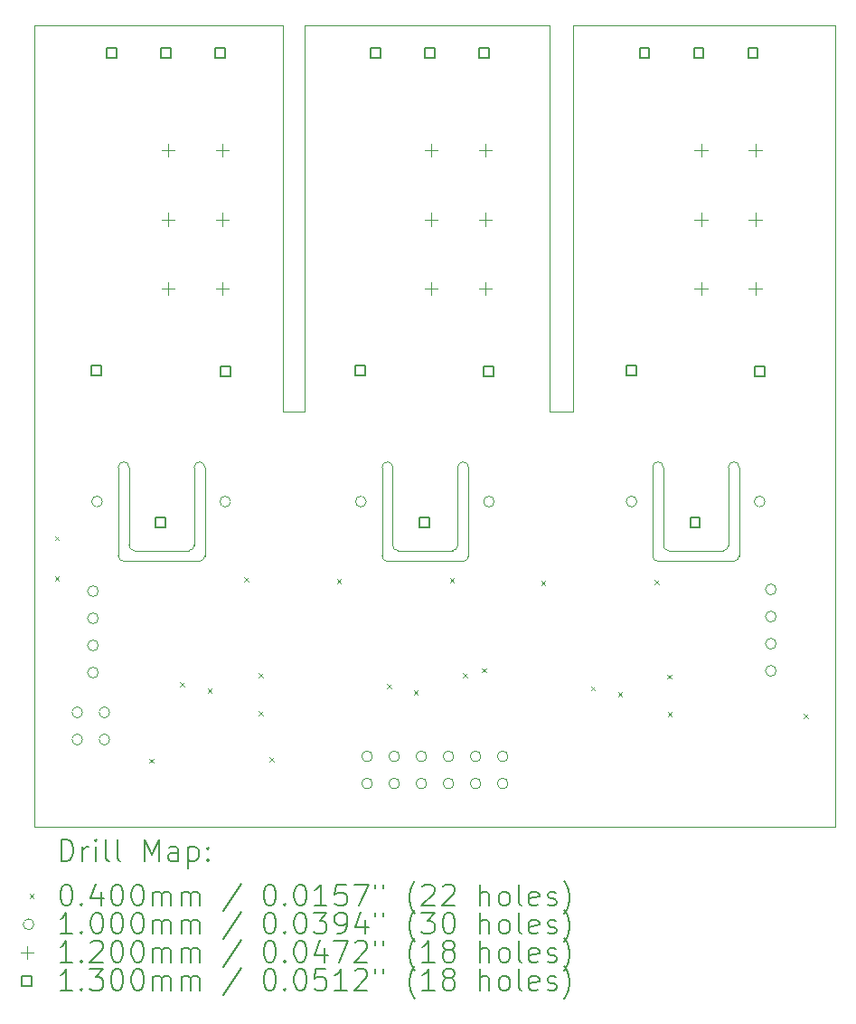
<source format=gbr>
%FSLAX45Y45*%
G04 Gerber Fmt 4.5, Leading zero omitted, Abs format (unit mm)*
G04 Created by KiCad (PCBNEW (6.0.6)) date 2022-08-29 09:34:28*
%MOMM*%
%LPD*%
G01*
G04 APERTURE LIST*
%TA.AperFunction,Profile*%
%ADD10C,0.100000*%
%TD*%
%ADD11C,0.200000*%
%ADD12C,0.040000*%
%ADD13C,0.100000*%
%ADD14C,0.120000*%
%ADD15C,0.130000*%
G04 APERTURE END LIST*
D10*
X5704000Y-7290000D02*
X6414000Y-7290000D01*
X2397760Y-9677400D02*
X2397760Y-9779000D01*
X5804000Y-7190000D02*
X6314000Y-7190000D01*
X8899000Y-6410000D02*
X8899000Y-7140000D01*
X3894000Y-6410000D02*
X3894000Y-7140000D01*
X5654000Y-7240000D02*
G75*
G03*
X5704000Y-7290000I50000J0D01*
G01*
X8289000Y-6410000D02*
G75*
G03*
X8189000Y-6410000I-50000J0D01*
G01*
X2397760Y-9677400D02*
X2397760Y-8544560D01*
X6464000Y-6410000D02*
X6464000Y-7240000D01*
X6364000Y-6410000D02*
X6364000Y-7140000D01*
X3334000Y-7190000D02*
X3844000Y-7190000D01*
X3284000Y-7140000D02*
G75*
G03*
X3334000Y-7190000I50000J0D01*
G01*
X3184000Y-7240000D02*
G75*
G03*
X3234000Y-7290000I50000J0D01*
G01*
X3844000Y-7190000D02*
G75*
G03*
X3894000Y-7140000I0J50000D01*
G01*
X3284000Y-6410000D02*
X3284000Y-7140000D01*
X4730000Y-5890000D02*
X4930000Y-5890000D01*
X3994000Y-6410000D02*
G75*
G03*
X3894000Y-6410000I-50000J0D01*
G01*
X8949000Y-7290000D02*
G75*
G03*
X8999000Y-7240000I0J50000D01*
G01*
X7220000Y-5890000D02*
X7440000Y-5890000D01*
X2397760Y-2270000D02*
X4730000Y-2270000D01*
X3234000Y-7290000D02*
X3944000Y-7290000D01*
X8239000Y-7290000D02*
X8949000Y-7290000D01*
X7220000Y-2270000D02*
X7220000Y-5890000D01*
X8189000Y-6410000D02*
X8189000Y-7240000D01*
X9900920Y-2270000D02*
X9900920Y-9677400D01*
X3184000Y-6410000D02*
X3184000Y-7240000D01*
X4730000Y-2270000D02*
X4730000Y-5890000D01*
X9900920Y-9677400D02*
X9900920Y-9779000D01*
X3994000Y-6410000D02*
X3994000Y-7240000D01*
X3944000Y-7290000D02*
G75*
G03*
X3994000Y-7240000I0J50000D01*
G01*
X5654000Y-6410000D02*
X5654000Y-7240000D01*
X7440000Y-5890000D02*
X7440000Y-2270000D01*
X3284000Y-6410000D02*
G75*
G03*
X3184000Y-6410000I-50000J0D01*
G01*
X5754000Y-7140000D02*
G75*
G03*
X5804000Y-7190000I50000J0D01*
G01*
X6414000Y-7290000D02*
G75*
G03*
X6464000Y-7240000I0J50000D01*
G01*
X8999000Y-6410000D02*
G75*
G03*
X8899000Y-6410000I-50000J0D01*
G01*
X8999000Y-6410000D02*
X8999000Y-7240000D01*
X5754000Y-6410000D02*
X5754000Y-7140000D01*
X8289000Y-7140000D02*
G75*
G03*
X8339000Y-7190000I50000J0D01*
G01*
X9900920Y-9779000D02*
X2397760Y-9779000D01*
X8289000Y-6410000D02*
X8289000Y-7140000D01*
X6314000Y-7190000D02*
G75*
G03*
X6364000Y-7140000I0J50000D01*
G01*
X6464000Y-6410000D02*
G75*
G03*
X6364000Y-6410000I-50000J0D01*
G01*
X4930000Y-2270000D02*
X7220000Y-2270000D01*
X8339000Y-7190000D02*
X8849000Y-7190000D01*
X5754000Y-6410000D02*
G75*
G03*
X5654000Y-6410000I-50000J0D01*
G01*
X8849000Y-7190000D02*
G75*
G03*
X8899000Y-7140000I0J50000D01*
G01*
X7440000Y-2270000D02*
X9900920Y-2270000D01*
X4930000Y-5890000D02*
X4930000Y-2270000D01*
X8189000Y-7240000D02*
G75*
G03*
X8239000Y-7290000I50000J0D01*
G01*
X2397760Y-8544560D02*
X2397760Y-2270000D01*
D11*
D12*
X2590000Y-7055000D02*
X2630000Y-7095000D01*
X2630000Y-7055000D02*
X2590000Y-7095000D01*
X2590000Y-7430000D02*
X2630000Y-7470000D01*
X2630000Y-7430000D02*
X2590000Y-7470000D01*
X3472500Y-9136700D02*
X3512500Y-9176700D01*
X3512500Y-9136700D02*
X3472500Y-9176700D01*
X3760000Y-8420000D02*
X3800000Y-8460000D01*
X3800000Y-8420000D02*
X3760000Y-8460000D01*
X4020000Y-8480000D02*
X4060000Y-8520000D01*
X4060000Y-8480000D02*
X4020000Y-8520000D01*
X4360000Y-7440000D02*
X4400000Y-7480000D01*
X4400000Y-7440000D02*
X4360000Y-7480000D01*
X4500000Y-8340000D02*
X4540000Y-8380000D01*
X4540000Y-8340000D02*
X4500000Y-8380000D01*
X4500000Y-8690000D02*
X4540000Y-8730000D01*
X4540000Y-8690000D02*
X4500000Y-8730000D01*
X4602800Y-9124000D02*
X4642800Y-9164000D01*
X4642800Y-9124000D02*
X4602800Y-9164000D01*
X5230000Y-7457500D02*
X5270000Y-7497500D01*
X5270000Y-7457500D02*
X5230000Y-7497500D01*
X5700000Y-8440000D02*
X5740000Y-8480000D01*
X5740000Y-8440000D02*
X5700000Y-8480000D01*
X5950000Y-8500000D02*
X5990000Y-8540000D01*
X5990000Y-8500000D02*
X5950000Y-8540000D01*
X6290000Y-7450000D02*
X6330000Y-7490000D01*
X6330000Y-7450000D02*
X6290000Y-7490000D01*
X6410000Y-8340000D02*
X6450000Y-8380000D01*
X6450000Y-8340000D02*
X6410000Y-8380000D01*
X6590000Y-8290000D02*
X6630000Y-8330000D01*
X6630000Y-8290000D02*
X6590000Y-8330000D01*
X7145000Y-7472500D02*
X7185000Y-7512500D01*
X7185000Y-7472500D02*
X7145000Y-7512500D01*
X7610000Y-8460000D02*
X7650000Y-8500000D01*
X7650000Y-8460000D02*
X7610000Y-8500000D01*
X7865000Y-8515000D02*
X7905000Y-8555000D01*
X7905000Y-8515000D02*
X7865000Y-8555000D01*
X8205000Y-7465000D02*
X8245000Y-7505000D01*
X8245000Y-7465000D02*
X8205000Y-7505000D01*
X8325000Y-8350000D02*
X8365000Y-8390000D01*
X8365000Y-8350000D02*
X8325000Y-8390000D01*
X8330000Y-8700000D02*
X8370000Y-8740000D01*
X8370000Y-8700000D02*
X8330000Y-8740000D01*
X9604060Y-8720140D02*
X9644060Y-8760140D01*
X9644060Y-8720140D02*
X9604060Y-8760140D01*
D13*
X2849580Y-8704080D02*
G75*
G03*
X2849580Y-8704080I-50000J0D01*
G01*
X2849580Y-8958080D02*
G75*
G03*
X2849580Y-8958080I-50000J0D01*
G01*
X2996400Y-7569200D02*
G75*
G03*
X2996400Y-7569200I-50000J0D01*
G01*
X2996400Y-7823200D02*
G75*
G03*
X2996400Y-7823200I-50000J0D01*
G01*
X2996400Y-8077200D02*
G75*
G03*
X2996400Y-8077200I-50000J0D01*
G01*
X2996400Y-8331200D02*
G75*
G03*
X2996400Y-8331200I-50000J0D01*
G01*
X3035000Y-6730680D02*
G75*
G03*
X3035000Y-6730680I-50000J0D01*
G01*
X3103580Y-8704080D02*
G75*
G03*
X3103580Y-8704080I-50000J0D01*
G01*
X3103580Y-8958080D02*
G75*
G03*
X3103580Y-8958080I-50000J0D01*
G01*
X4235000Y-6730680D02*
G75*
G03*
X4235000Y-6730680I-50000J0D01*
G01*
X5505280Y-6730680D02*
G75*
G03*
X5505280Y-6730680I-50000J0D01*
G01*
X5564340Y-9116060D02*
G75*
G03*
X5564340Y-9116060I-50000J0D01*
G01*
X5564340Y-9370060D02*
G75*
G03*
X5564340Y-9370060I-50000J0D01*
G01*
X5818340Y-9116060D02*
G75*
G03*
X5818340Y-9116060I-50000J0D01*
G01*
X5818340Y-9370060D02*
G75*
G03*
X5818340Y-9370060I-50000J0D01*
G01*
X6072340Y-9116060D02*
G75*
G03*
X6072340Y-9116060I-50000J0D01*
G01*
X6072340Y-9370060D02*
G75*
G03*
X6072340Y-9370060I-50000J0D01*
G01*
X6326340Y-9116060D02*
G75*
G03*
X6326340Y-9116060I-50000J0D01*
G01*
X6326340Y-9370060D02*
G75*
G03*
X6326340Y-9370060I-50000J0D01*
G01*
X6580340Y-9116060D02*
G75*
G03*
X6580340Y-9116060I-50000J0D01*
G01*
X6580340Y-9370060D02*
G75*
G03*
X6580340Y-9370060I-50000J0D01*
G01*
X6705280Y-6730680D02*
G75*
G03*
X6705280Y-6730680I-50000J0D01*
G01*
X6834340Y-9116060D02*
G75*
G03*
X6834340Y-9116060I-50000J0D01*
G01*
X6834340Y-9370060D02*
G75*
G03*
X6834340Y-9370060I-50000J0D01*
G01*
X8041080Y-6730680D02*
G75*
G03*
X8041080Y-6730680I-50000J0D01*
G01*
X9241080Y-6730680D02*
G75*
G03*
X9241080Y-6730680I-50000J0D01*
G01*
X9346400Y-7553960D02*
G75*
G03*
X9346400Y-7553960I-50000J0D01*
G01*
X9346400Y-7807960D02*
G75*
G03*
X9346400Y-7807960I-50000J0D01*
G01*
X9346400Y-8061960D02*
G75*
G03*
X9346400Y-8061960I-50000J0D01*
G01*
X9346400Y-8315960D02*
G75*
G03*
X9346400Y-8315960I-50000J0D01*
G01*
D14*
X3652000Y-3380000D02*
X3652000Y-3500000D01*
X3592000Y-3440000D02*
X3712000Y-3440000D01*
X3652000Y-4030000D02*
X3652000Y-4150000D01*
X3592000Y-4090000D02*
X3712000Y-4090000D01*
X3652000Y-4680000D02*
X3652000Y-4800000D01*
X3592000Y-4740000D02*
X3712000Y-4740000D01*
X4160000Y-3380000D02*
X4160000Y-3500000D01*
X4100000Y-3440000D02*
X4220000Y-3440000D01*
X4160000Y-4030000D02*
X4160000Y-4150000D01*
X4100000Y-4090000D02*
X4220000Y-4090000D01*
X4160000Y-4680000D02*
X4160000Y-4800000D01*
X4100000Y-4740000D02*
X4220000Y-4740000D01*
X6112000Y-3380000D02*
X6112000Y-3500000D01*
X6052000Y-3440000D02*
X6172000Y-3440000D01*
X6112000Y-4030000D02*
X6112000Y-4150000D01*
X6052000Y-4090000D02*
X6172000Y-4090000D01*
X6112000Y-4680000D02*
X6112000Y-4800000D01*
X6052000Y-4740000D02*
X6172000Y-4740000D01*
X6620000Y-3380000D02*
X6620000Y-3500000D01*
X6560000Y-3440000D02*
X6680000Y-3440000D01*
X6620000Y-4030000D02*
X6620000Y-4150000D01*
X6560000Y-4090000D02*
X6680000Y-4090000D01*
X6620000Y-4680000D02*
X6620000Y-4800000D01*
X6560000Y-4740000D02*
X6680000Y-4740000D01*
X8642000Y-3380000D02*
X8642000Y-3500000D01*
X8582000Y-3440000D02*
X8702000Y-3440000D01*
X8642000Y-4030000D02*
X8642000Y-4150000D01*
X8582000Y-4090000D02*
X8702000Y-4090000D01*
X8642000Y-4680000D02*
X8642000Y-4800000D01*
X8582000Y-4740000D02*
X8702000Y-4740000D01*
X9150000Y-3380000D02*
X9150000Y-3500000D01*
X9090000Y-3440000D02*
X9210000Y-3440000D01*
X9150000Y-4030000D02*
X9150000Y-4150000D01*
X9090000Y-4090000D02*
X9210000Y-4090000D01*
X9150000Y-4680000D02*
X9150000Y-4800000D01*
X9090000Y-4740000D02*
X9210000Y-4740000D01*
D15*
X3025962Y-5551642D02*
X3025962Y-5459718D01*
X2934038Y-5459718D01*
X2934038Y-5551642D01*
X3025962Y-5551642D01*
X3168462Y-2575462D02*
X3168462Y-2483538D01*
X3076538Y-2483538D01*
X3076538Y-2575462D01*
X3168462Y-2575462D01*
X3625962Y-6971642D02*
X3625962Y-6879718D01*
X3534038Y-6879718D01*
X3534038Y-6971642D01*
X3625962Y-6971642D01*
X3676462Y-2575462D02*
X3676462Y-2483538D01*
X3584538Y-2483538D01*
X3584538Y-2575462D01*
X3676462Y-2575462D01*
X4184462Y-2575462D02*
X4184462Y-2483538D01*
X4092538Y-2483538D01*
X4092538Y-2575462D01*
X4184462Y-2575462D01*
X4230962Y-5556642D02*
X4230962Y-5464718D01*
X4139038Y-5464718D01*
X4139038Y-5556642D01*
X4230962Y-5556642D01*
X5496242Y-5551642D02*
X5496242Y-5459718D01*
X5404318Y-5459718D01*
X5404318Y-5551642D01*
X5496242Y-5551642D01*
X5638462Y-2575462D02*
X5638462Y-2483538D01*
X5546538Y-2483538D01*
X5546538Y-2575462D01*
X5638462Y-2575462D01*
X6096242Y-6971642D02*
X6096242Y-6879718D01*
X6004318Y-6879718D01*
X6004318Y-6971642D01*
X6096242Y-6971642D01*
X6146462Y-2575462D02*
X6146462Y-2483538D01*
X6054538Y-2483538D01*
X6054538Y-2575462D01*
X6146462Y-2575462D01*
X6654462Y-2575462D02*
X6654462Y-2483538D01*
X6562538Y-2483538D01*
X6562538Y-2575462D01*
X6654462Y-2575462D01*
X6701242Y-5556642D02*
X6701242Y-5464718D01*
X6609318Y-5464718D01*
X6609318Y-5556642D01*
X6701242Y-5556642D01*
X8032042Y-5551642D02*
X8032042Y-5459718D01*
X7940118Y-5459718D01*
X7940118Y-5551642D01*
X8032042Y-5551642D01*
X8157962Y-2575962D02*
X8157962Y-2484038D01*
X8066038Y-2484038D01*
X8066038Y-2575962D01*
X8157962Y-2575962D01*
X8632042Y-6971642D02*
X8632042Y-6879718D01*
X8540118Y-6879718D01*
X8540118Y-6971642D01*
X8632042Y-6971642D01*
X8665962Y-2575962D02*
X8665962Y-2484038D01*
X8574038Y-2484038D01*
X8574038Y-2575962D01*
X8665962Y-2575962D01*
X9173962Y-2575962D02*
X9173962Y-2484038D01*
X9082038Y-2484038D01*
X9082038Y-2575962D01*
X9173962Y-2575962D01*
X9237042Y-5556642D02*
X9237042Y-5464718D01*
X9145118Y-5464718D01*
X9145118Y-5556642D01*
X9237042Y-5556642D01*
D11*
X2650379Y-10094476D02*
X2650379Y-9894476D01*
X2697998Y-9894476D01*
X2726570Y-9904000D01*
X2745617Y-9923048D01*
X2755141Y-9942095D01*
X2764665Y-9980190D01*
X2764665Y-10008762D01*
X2755141Y-10046857D01*
X2745617Y-10065905D01*
X2726570Y-10084952D01*
X2697998Y-10094476D01*
X2650379Y-10094476D01*
X2850379Y-10094476D02*
X2850379Y-9961143D01*
X2850379Y-9999238D02*
X2859903Y-9980190D01*
X2869427Y-9970667D01*
X2888474Y-9961143D01*
X2907522Y-9961143D01*
X2974188Y-10094476D02*
X2974188Y-9961143D01*
X2974188Y-9894476D02*
X2964665Y-9904000D01*
X2974188Y-9913524D01*
X2983712Y-9904000D01*
X2974188Y-9894476D01*
X2974188Y-9913524D01*
X3097998Y-10094476D02*
X3078950Y-10084952D01*
X3069427Y-10065905D01*
X3069427Y-9894476D01*
X3202760Y-10094476D02*
X3183712Y-10084952D01*
X3174188Y-10065905D01*
X3174188Y-9894476D01*
X3431331Y-10094476D02*
X3431331Y-9894476D01*
X3497998Y-10037333D01*
X3564665Y-9894476D01*
X3564665Y-10094476D01*
X3745617Y-10094476D02*
X3745617Y-9989714D01*
X3736093Y-9970667D01*
X3717046Y-9961143D01*
X3678950Y-9961143D01*
X3659903Y-9970667D01*
X3745617Y-10084952D02*
X3726569Y-10094476D01*
X3678950Y-10094476D01*
X3659903Y-10084952D01*
X3650379Y-10065905D01*
X3650379Y-10046857D01*
X3659903Y-10027810D01*
X3678950Y-10018286D01*
X3726569Y-10018286D01*
X3745617Y-10008762D01*
X3840855Y-9961143D02*
X3840855Y-10161143D01*
X3840855Y-9970667D02*
X3859903Y-9961143D01*
X3897998Y-9961143D01*
X3917046Y-9970667D01*
X3926569Y-9980190D01*
X3936093Y-9999238D01*
X3936093Y-10056381D01*
X3926569Y-10075429D01*
X3917046Y-10084952D01*
X3897998Y-10094476D01*
X3859903Y-10094476D01*
X3840855Y-10084952D01*
X4021808Y-10075429D02*
X4031331Y-10084952D01*
X4021808Y-10094476D01*
X4012284Y-10084952D01*
X4021808Y-10075429D01*
X4021808Y-10094476D01*
X4021808Y-9970667D02*
X4031331Y-9980190D01*
X4021808Y-9989714D01*
X4012284Y-9980190D01*
X4021808Y-9970667D01*
X4021808Y-9989714D01*
D12*
X2352760Y-10404000D02*
X2392760Y-10444000D01*
X2392760Y-10404000D02*
X2352760Y-10444000D01*
D11*
X2688474Y-10314476D02*
X2707522Y-10314476D01*
X2726570Y-10324000D01*
X2736093Y-10333524D01*
X2745617Y-10352571D01*
X2755141Y-10390667D01*
X2755141Y-10438286D01*
X2745617Y-10476381D01*
X2736093Y-10495429D01*
X2726570Y-10504952D01*
X2707522Y-10514476D01*
X2688474Y-10514476D01*
X2669427Y-10504952D01*
X2659903Y-10495429D01*
X2650379Y-10476381D01*
X2640855Y-10438286D01*
X2640855Y-10390667D01*
X2650379Y-10352571D01*
X2659903Y-10333524D01*
X2669427Y-10324000D01*
X2688474Y-10314476D01*
X2840855Y-10495429D02*
X2850379Y-10504952D01*
X2840855Y-10514476D01*
X2831331Y-10504952D01*
X2840855Y-10495429D01*
X2840855Y-10514476D01*
X3021808Y-10381143D02*
X3021808Y-10514476D01*
X2974188Y-10304952D02*
X2926569Y-10447810D01*
X3050379Y-10447810D01*
X3164665Y-10314476D02*
X3183712Y-10314476D01*
X3202760Y-10324000D01*
X3212284Y-10333524D01*
X3221808Y-10352571D01*
X3231331Y-10390667D01*
X3231331Y-10438286D01*
X3221808Y-10476381D01*
X3212284Y-10495429D01*
X3202760Y-10504952D01*
X3183712Y-10514476D01*
X3164665Y-10514476D01*
X3145617Y-10504952D01*
X3136093Y-10495429D01*
X3126569Y-10476381D01*
X3117046Y-10438286D01*
X3117046Y-10390667D01*
X3126569Y-10352571D01*
X3136093Y-10333524D01*
X3145617Y-10324000D01*
X3164665Y-10314476D01*
X3355141Y-10314476D02*
X3374188Y-10314476D01*
X3393236Y-10324000D01*
X3402760Y-10333524D01*
X3412284Y-10352571D01*
X3421808Y-10390667D01*
X3421808Y-10438286D01*
X3412284Y-10476381D01*
X3402760Y-10495429D01*
X3393236Y-10504952D01*
X3374188Y-10514476D01*
X3355141Y-10514476D01*
X3336093Y-10504952D01*
X3326569Y-10495429D01*
X3317046Y-10476381D01*
X3307522Y-10438286D01*
X3307522Y-10390667D01*
X3317046Y-10352571D01*
X3326569Y-10333524D01*
X3336093Y-10324000D01*
X3355141Y-10314476D01*
X3507522Y-10514476D02*
X3507522Y-10381143D01*
X3507522Y-10400190D02*
X3517046Y-10390667D01*
X3536093Y-10381143D01*
X3564665Y-10381143D01*
X3583712Y-10390667D01*
X3593236Y-10409714D01*
X3593236Y-10514476D01*
X3593236Y-10409714D02*
X3602760Y-10390667D01*
X3621808Y-10381143D01*
X3650379Y-10381143D01*
X3669427Y-10390667D01*
X3678950Y-10409714D01*
X3678950Y-10514476D01*
X3774188Y-10514476D02*
X3774188Y-10381143D01*
X3774188Y-10400190D02*
X3783712Y-10390667D01*
X3802760Y-10381143D01*
X3831331Y-10381143D01*
X3850379Y-10390667D01*
X3859903Y-10409714D01*
X3859903Y-10514476D01*
X3859903Y-10409714D02*
X3869427Y-10390667D01*
X3888474Y-10381143D01*
X3917046Y-10381143D01*
X3936093Y-10390667D01*
X3945617Y-10409714D01*
X3945617Y-10514476D01*
X4336093Y-10304952D02*
X4164665Y-10562095D01*
X4593236Y-10314476D02*
X4612284Y-10314476D01*
X4631331Y-10324000D01*
X4640855Y-10333524D01*
X4650379Y-10352571D01*
X4659903Y-10390667D01*
X4659903Y-10438286D01*
X4650379Y-10476381D01*
X4640855Y-10495429D01*
X4631331Y-10504952D01*
X4612284Y-10514476D01*
X4593236Y-10514476D01*
X4574189Y-10504952D01*
X4564665Y-10495429D01*
X4555141Y-10476381D01*
X4545617Y-10438286D01*
X4545617Y-10390667D01*
X4555141Y-10352571D01*
X4564665Y-10333524D01*
X4574189Y-10324000D01*
X4593236Y-10314476D01*
X4745617Y-10495429D02*
X4755141Y-10504952D01*
X4745617Y-10514476D01*
X4736093Y-10504952D01*
X4745617Y-10495429D01*
X4745617Y-10514476D01*
X4878950Y-10314476D02*
X4897998Y-10314476D01*
X4917046Y-10324000D01*
X4926570Y-10333524D01*
X4936093Y-10352571D01*
X4945617Y-10390667D01*
X4945617Y-10438286D01*
X4936093Y-10476381D01*
X4926570Y-10495429D01*
X4917046Y-10504952D01*
X4897998Y-10514476D01*
X4878950Y-10514476D01*
X4859903Y-10504952D01*
X4850379Y-10495429D01*
X4840855Y-10476381D01*
X4831331Y-10438286D01*
X4831331Y-10390667D01*
X4840855Y-10352571D01*
X4850379Y-10333524D01*
X4859903Y-10324000D01*
X4878950Y-10314476D01*
X5136093Y-10514476D02*
X5021808Y-10514476D01*
X5078950Y-10514476D02*
X5078950Y-10314476D01*
X5059903Y-10343048D01*
X5040855Y-10362095D01*
X5021808Y-10371619D01*
X5317046Y-10314476D02*
X5221808Y-10314476D01*
X5212284Y-10409714D01*
X5221808Y-10400190D01*
X5240855Y-10390667D01*
X5288474Y-10390667D01*
X5307522Y-10400190D01*
X5317046Y-10409714D01*
X5326570Y-10428762D01*
X5326570Y-10476381D01*
X5317046Y-10495429D01*
X5307522Y-10504952D01*
X5288474Y-10514476D01*
X5240855Y-10514476D01*
X5221808Y-10504952D01*
X5212284Y-10495429D01*
X5393236Y-10314476D02*
X5526570Y-10314476D01*
X5440855Y-10514476D01*
X5593236Y-10314476D02*
X5593236Y-10352571D01*
X5669427Y-10314476D02*
X5669427Y-10352571D01*
X5964665Y-10590667D02*
X5955141Y-10581143D01*
X5936093Y-10552571D01*
X5926569Y-10533524D01*
X5917046Y-10504952D01*
X5907522Y-10457333D01*
X5907522Y-10419238D01*
X5917046Y-10371619D01*
X5926569Y-10343048D01*
X5936093Y-10324000D01*
X5955141Y-10295429D01*
X5964665Y-10285905D01*
X6031331Y-10333524D02*
X6040855Y-10324000D01*
X6059903Y-10314476D01*
X6107522Y-10314476D01*
X6126569Y-10324000D01*
X6136093Y-10333524D01*
X6145617Y-10352571D01*
X6145617Y-10371619D01*
X6136093Y-10400190D01*
X6021808Y-10514476D01*
X6145617Y-10514476D01*
X6221808Y-10333524D02*
X6231331Y-10324000D01*
X6250379Y-10314476D01*
X6297998Y-10314476D01*
X6317046Y-10324000D01*
X6326569Y-10333524D01*
X6336093Y-10352571D01*
X6336093Y-10371619D01*
X6326569Y-10400190D01*
X6212284Y-10514476D01*
X6336093Y-10514476D01*
X6574188Y-10514476D02*
X6574188Y-10314476D01*
X6659903Y-10514476D02*
X6659903Y-10409714D01*
X6650379Y-10390667D01*
X6631331Y-10381143D01*
X6602760Y-10381143D01*
X6583712Y-10390667D01*
X6574188Y-10400190D01*
X6783712Y-10514476D02*
X6764665Y-10504952D01*
X6755141Y-10495429D01*
X6745617Y-10476381D01*
X6745617Y-10419238D01*
X6755141Y-10400190D01*
X6764665Y-10390667D01*
X6783712Y-10381143D01*
X6812284Y-10381143D01*
X6831331Y-10390667D01*
X6840855Y-10400190D01*
X6850379Y-10419238D01*
X6850379Y-10476381D01*
X6840855Y-10495429D01*
X6831331Y-10504952D01*
X6812284Y-10514476D01*
X6783712Y-10514476D01*
X6964665Y-10514476D02*
X6945617Y-10504952D01*
X6936093Y-10485905D01*
X6936093Y-10314476D01*
X7117046Y-10504952D02*
X7097998Y-10514476D01*
X7059903Y-10514476D01*
X7040855Y-10504952D01*
X7031331Y-10485905D01*
X7031331Y-10409714D01*
X7040855Y-10390667D01*
X7059903Y-10381143D01*
X7097998Y-10381143D01*
X7117046Y-10390667D01*
X7126569Y-10409714D01*
X7126569Y-10428762D01*
X7031331Y-10447810D01*
X7202760Y-10504952D02*
X7221808Y-10514476D01*
X7259903Y-10514476D01*
X7278950Y-10504952D01*
X7288474Y-10485905D01*
X7288474Y-10476381D01*
X7278950Y-10457333D01*
X7259903Y-10447810D01*
X7231331Y-10447810D01*
X7212284Y-10438286D01*
X7202760Y-10419238D01*
X7202760Y-10409714D01*
X7212284Y-10390667D01*
X7231331Y-10381143D01*
X7259903Y-10381143D01*
X7278950Y-10390667D01*
X7355141Y-10590667D02*
X7364665Y-10581143D01*
X7383712Y-10552571D01*
X7393236Y-10533524D01*
X7402760Y-10504952D01*
X7412284Y-10457333D01*
X7412284Y-10419238D01*
X7402760Y-10371619D01*
X7393236Y-10343048D01*
X7383712Y-10324000D01*
X7364665Y-10295429D01*
X7355141Y-10285905D01*
D13*
X2392760Y-10688000D02*
G75*
G03*
X2392760Y-10688000I-50000J0D01*
G01*
D11*
X2755141Y-10778476D02*
X2640855Y-10778476D01*
X2697998Y-10778476D02*
X2697998Y-10578476D01*
X2678950Y-10607048D01*
X2659903Y-10626095D01*
X2640855Y-10635619D01*
X2840855Y-10759429D02*
X2850379Y-10768952D01*
X2840855Y-10778476D01*
X2831331Y-10768952D01*
X2840855Y-10759429D01*
X2840855Y-10778476D01*
X2974188Y-10578476D02*
X2993236Y-10578476D01*
X3012284Y-10588000D01*
X3021808Y-10597524D01*
X3031331Y-10616571D01*
X3040855Y-10654667D01*
X3040855Y-10702286D01*
X3031331Y-10740381D01*
X3021808Y-10759429D01*
X3012284Y-10768952D01*
X2993236Y-10778476D01*
X2974188Y-10778476D01*
X2955141Y-10768952D01*
X2945617Y-10759429D01*
X2936093Y-10740381D01*
X2926569Y-10702286D01*
X2926569Y-10654667D01*
X2936093Y-10616571D01*
X2945617Y-10597524D01*
X2955141Y-10588000D01*
X2974188Y-10578476D01*
X3164665Y-10578476D02*
X3183712Y-10578476D01*
X3202760Y-10588000D01*
X3212284Y-10597524D01*
X3221808Y-10616571D01*
X3231331Y-10654667D01*
X3231331Y-10702286D01*
X3221808Y-10740381D01*
X3212284Y-10759429D01*
X3202760Y-10768952D01*
X3183712Y-10778476D01*
X3164665Y-10778476D01*
X3145617Y-10768952D01*
X3136093Y-10759429D01*
X3126569Y-10740381D01*
X3117046Y-10702286D01*
X3117046Y-10654667D01*
X3126569Y-10616571D01*
X3136093Y-10597524D01*
X3145617Y-10588000D01*
X3164665Y-10578476D01*
X3355141Y-10578476D02*
X3374188Y-10578476D01*
X3393236Y-10588000D01*
X3402760Y-10597524D01*
X3412284Y-10616571D01*
X3421808Y-10654667D01*
X3421808Y-10702286D01*
X3412284Y-10740381D01*
X3402760Y-10759429D01*
X3393236Y-10768952D01*
X3374188Y-10778476D01*
X3355141Y-10778476D01*
X3336093Y-10768952D01*
X3326569Y-10759429D01*
X3317046Y-10740381D01*
X3307522Y-10702286D01*
X3307522Y-10654667D01*
X3317046Y-10616571D01*
X3326569Y-10597524D01*
X3336093Y-10588000D01*
X3355141Y-10578476D01*
X3507522Y-10778476D02*
X3507522Y-10645143D01*
X3507522Y-10664190D02*
X3517046Y-10654667D01*
X3536093Y-10645143D01*
X3564665Y-10645143D01*
X3583712Y-10654667D01*
X3593236Y-10673714D01*
X3593236Y-10778476D01*
X3593236Y-10673714D02*
X3602760Y-10654667D01*
X3621808Y-10645143D01*
X3650379Y-10645143D01*
X3669427Y-10654667D01*
X3678950Y-10673714D01*
X3678950Y-10778476D01*
X3774188Y-10778476D02*
X3774188Y-10645143D01*
X3774188Y-10664190D02*
X3783712Y-10654667D01*
X3802760Y-10645143D01*
X3831331Y-10645143D01*
X3850379Y-10654667D01*
X3859903Y-10673714D01*
X3859903Y-10778476D01*
X3859903Y-10673714D02*
X3869427Y-10654667D01*
X3888474Y-10645143D01*
X3917046Y-10645143D01*
X3936093Y-10654667D01*
X3945617Y-10673714D01*
X3945617Y-10778476D01*
X4336093Y-10568952D02*
X4164665Y-10826095D01*
X4593236Y-10578476D02*
X4612284Y-10578476D01*
X4631331Y-10588000D01*
X4640855Y-10597524D01*
X4650379Y-10616571D01*
X4659903Y-10654667D01*
X4659903Y-10702286D01*
X4650379Y-10740381D01*
X4640855Y-10759429D01*
X4631331Y-10768952D01*
X4612284Y-10778476D01*
X4593236Y-10778476D01*
X4574189Y-10768952D01*
X4564665Y-10759429D01*
X4555141Y-10740381D01*
X4545617Y-10702286D01*
X4545617Y-10654667D01*
X4555141Y-10616571D01*
X4564665Y-10597524D01*
X4574189Y-10588000D01*
X4593236Y-10578476D01*
X4745617Y-10759429D02*
X4755141Y-10768952D01*
X4745617Y-10778476D01*
X4736093Y-10768952D01*
X4745617Y-10759429D01*
X4745617Y-10778476D01*
X4878950Y-10578476D02*
X4897998Y-10578476D01*
X4917046Y-10588000D01*
X4926570Y-10597524D01*
X4936093Y-10616571D01*
X4945617Y-10654667D01*
X4945617Y-10702286D01*
X4936093Y-10740381D01*
X4926570Y-10759429D01*
X4917046Y-10768952D01*
X4897998Y-10778476D01*
X4878950Y-10778476D01*
X4859903Y-10768952D01*
X4850379Y-10759429D01*
X4840855Y-10740381D01*
X4831331Y-10702286D01*
X4831331Y-10654667D01*
X4840855Y-10616571D01*
X4850379Y-10597524D01*
X4859903Y-10588000D01*
X4878950Y-10578476D01*
X5012284Y-10578476D02*
X5136093Y-10578476D01*
X5069427Y-10654667D01*
X5097998Y-10654667D01*
X5117046Y-10664190D01*
X5126570Y-10673714D01*
X5136093Y-10692762D01*
X5136093Y-10740381D01*
X5126570Y-10759429D01*
X5117046Y-10768952D01*
X5097998Y-10778476D01*
X5040855Y-10778476D01*
X5021808Y-10768952D01*
X5012284Y-10759429D01*
X5231331Y-10778476D02*
X5269427Y-10778476D01*
X5288474Y-10768952D01*
X5297998Y-10759429D01*
X5317046Y-10730857D01*
X5326570Y-10692762D01*
X5326570Y-10616571D01*
X5317046Y-10597524D01*
X5307522Y-10588000D01*
X5288474Y-10578476D01*
X5250379Y-10578476D01*
X5231331Y-10588000D01*
X5221808Y-10597524D01*
X5212284Y-10616571D01*
X5212284Y-10664190D01*
X5221808Y-10683238D01*
X5231331Y-10692762D01*
X5250379Y-10702286D01*
X5288474Y-10702286D01*
X5307522Y-10692762D01*
X5317046Y-10683238D01*
X5326570Y-10664190D01*
X5497998Y-10645143D02*
X5497998Y-10778476D01*
X5450379Y-10568952D02*
X5402760Y-10711810D01*
X5526570Y-10711810D01*
X5593236Y-10578476D02*
X5593236Y-10616571D01*
X5669427Y-10578476D02*
X5669427Y-10616571D01*
X5964665Y-10854667D02*
X5955141Y-10845143D01*
X5936093Y-10816571D01*
X5926569Y-10797524D01*
X5917046Y-10768952D01*
X5907522Y-10721333D01*
X5907522Y-10683238D01*
X5917046Y-10635619D01*
X5926569Y-10607048D01*
X5936093Y-10588000D01*
X5955141Y-10559429D01*
X5964665Y-10549905D01*
X6021808Y-10578476D02*
X6145617Y-10578476D01*
X6078950Y-10654667D01*
X6107522Y-10654667D01*
X6126569Y-10664190D01*
X6136093Y-10673714D01*
X6145617Y-10692762D01*
X6145617Y-10740381D01*
X6136093Y-10759429D01*
X6126569Y-10768952D01*
X6107522Y-10778476D01*
X6050379Y-10778476D01*
X6031331Y-10768952D01*
X6021808Y-10759429D01*
X6269427Y-10578476D02*
X6288474Y-10578476D01*
X6307522Y-10588000D01*
X6317046Y-10597524D01*
X6326569Y-10616571D01*
X6336093Y-10654667D01*
X6336093Y-10702286D01*
X6326569Y-10740381D01*
X6317046Y-10759429D01*
X6307522Y-10768952D01*
X6288474Y-10778476D01*
X6269427Y-10778476D01*
X6250379Y-10768952D01*
X6240855Y-10759429D01*
X6231331Y-10740381D01*
X6221808Y-10702286D01*
X6221808Y-10654667D01*
X6231331Y-10616571D01*
X6240855Y-10597524D01*
X6250379Y-10588000D01*
X6269427Y-10578476D01*
X6574188Y-10778476D02*
X6574188Y-10578476D01*
X6659903Y-10778476D02*
X6659903Y-10673714D01*
X6650379Y-10654667D01*
X6631331Y-10645143D01*
X6602760Y-10645143D01*
X6583712Y-10654667D01*
X6574188Y-10664190D01*
X6783712Y-10778476D02*
X6764665Y-10768952D01*
X6755141Y-10759429D01*
X6745617Y-10740381D01*
X6745617Y-10683238D01*
X6755141Y-10664190D01*
X6764665Y-10654667D01*
X6783712Y-10645143D01*
X6812284Y-10645143D01*
X6831331Y-10654667D01*
X6840855Y-10664190D01*
X6850379Y-10683238D01*
X6850379Y-10740381D01*
X6840855Y-10759429D01*
X6831331Y-10768952D01*
X6812284Y-10778476D01*
X6783712Y-10778476D01*
X6964665Y-10778476D02*
X6945617Y-10768952D01*
X6936093Y-10749905D01*
X6936093Y-10578476D01*
X7117046Y-10768952D02*
X7097998Y-10778476D01*
X7059903Y-10778476D01*
X7040855Y-10768952D01*
X7031331Y-10749905D01*
X7031331Y-10673714D01*
X7040855Y-10654667D01*
X7059903Y-10645143D01*
X7097998Y-10645143D01*
X7117046Y-10654667D01*
X7126569Y-10673714D01*
X7126569Y-10692762D01*
X7031331Y-10711810D01*
X7202760Y-10768952D02*
X7221808Y-10778476D01*
X7259903Y-10778476D01*
X7278950Y-10768952D01*
X7288474Y-10749905D01*
X7288474Y-10740381D01*
X7278950Y-10721333D01*
X7259903Y-10711810D01*
X7231331Y-10711810D01*
X7212284Y-10702286D01*
X7202760Y-10683238D01*
X7202760Y-10673714D01*
X7212284Y-10654667D01*
X7231331Y-10645143D01*
X7259903Y-10645143D01*
X7278950Y-10654667D01*
X7355141Y-10854667D02*
X7364665Y-10845143D01*
X7383712Y-10816571D01*
X7393236Y-10797524D01*
X7402760Y-10768952D01*
X7412284Y-10721333D01*
X7412284Y-10683238D01*
X7402760Y-10635619D01*
X7393236Y-10607048D01*
X7383712Y-10588000D01*
X7364665Y-10559429D01*
X7355141Y-10549905D01*
D14*
X2332760Y-10892000D02*
X2332760Y-11012000D01*
X2272760Y-10952000D02*
X2392760Y-10952000D01*
D11*
X2755141Y-11042476D02*
X2640855Y-11042476D01*
X2697998Y-11042476D02*
X2697998Y-10842476D01*
X2678950Y-10871048D01*
X2659903Y-10890095D01*
X2640855Y-10899619D01*
X2840855Y-11023429D02*
X2850379Y-11032952D01*
X2840855Y-11042476D01*
X2831331Y-11032952D01*
X2840855Y-11023429D01*
X2840855Y-11042476D01*
X2926569Y-10861524D02*
X2936093Y-10852000D01*
X2955141Y-10842476D01*
X3002760Y-10842476D01*
X3021808Y-10852000D01*
X3031331Y-10861524D01*
X3040855Y-10880571D01*
X3040855Y-10899619D01*
X3031331Y-10928190D01*
X2917046Y-11042476D01*
X3040855Y-11042476D01*
X3164665Y-10842476D02*
X3183712Y-10842476D01*
X3202760Y-10852000D01*
X3212284Y-10861524D01*
X3221808Y-10880571D01*
X3231331Y-10918667D01*
X3231331Y-10966286D01*
X3221808Y-11004381D01*
X3212284Y-11023429D01*
X3202760Y-11032952D01*
X3183712Y-11042476D01*
X3164665Y-11042476D01*
X3145617Y-11032952D01*
X3136093Y-11023429D01*
X3126569Y-11004381D01*
X3117046Y-10966286D01*
X3117046Y-10918667D01*
X3126569Y-10880571D01*
X3136093Y-10861524D01*
X3145617Y-10852000D01*
X3164665Y-10842476D01*
X3355141Y-10842476D02*
X3374188Y-10842476D01*
X3393236Y-10852000D01*
X3402760Y-10861524D01*
X3412284Y-10880571D01*
X3421808Y-10918667D01*
X3421808Y-10966286D01*
X3412284Y-11004381D01*
X3402760Y-11023429D01*
X3393236Y-11032952D01*
X3374188Y-11042476D01*
X3355141Y-11042476D01*
X3336093Y-11032952D01*
X3326569Y-11023429D01*
X3317046Y-11004381D01*
X3307522Y-10966286D01*
X3307522Y-10918667D01*
X3317046Y-10880571D01*
X3326569Y-10861524D01*
X3336093Y-10852000D01*
X3355141Y-10842476D01*
X3507522Y-11042476D02*
X3507522Y-10909143D01*
X3507522Y-10928190D02*
X3517046Y-10918667D01*
X3536093Y-10909143D01*
X3564665Y-10909143D01*
X3583712Y-10918667D01*
X3593236Y-10937714D01*
X3593236Y-11042476D01*
X3593236Y-10937714D02*
X3602760Y-10918667D01*
X3621808Y-10909143D01*
X3650379Y-10909143D01*
X3669427Y-10918667D01*
X3678950Y-10937714D01*
X3678950Y-11042476D01*
X3774188Y-11042476D02*
X3774188Y-10909143D01*
X3774188Y-10928190D02*
X3783712Y-10918667D01*
X3802760Y-10909143D01*
X3831331Y-10909143D01*
X3850379Y-10918667D01*
X3859903Y-10937714D01*
X3859903Y-11042476D01*
X3859903Y-10937714D02*
X3869427Y-10918667D01*
X3888474Y-10909143D01*
X3917046Y-10909143D01*
X3936093Y-10918667D01*
X3945617Y-10937714D01*
X3945617Y-11042476D01*
X4336093Y-10832952D02*
X4164665Y-11090095D01*
X4593236Y-10842476D02*
X4612284Y-10842476D01*
X4631331Y-10852000D01*
X4640855Y-10861524D01*
X4650379Y-10880571D01*
X4659903Y-10918667D01*
X4659903Y-10966286D01*
X4650379Y-11004381D01*
X4640855Y-11023429D01*
X4631331Y-11032952D01*
X4612284Y-11042476D01*
X4593236Y-11042476D01*
X4574189Y-11032952D01*
X4564665Y-11023429D01*
X4555141Y-11004381D01*
X4545617Y-10966286D01*
X4545617Y-10918667D01*
X4555141Y-10880571D01*
X4564665Y-10861524D01*
X4574189Y-10852000D01*
X4593236Y-10842476D01*
X4745617Y-11023429D02*
X4755141Y-11032952D01*
X4745617Y-11042476D01*
X4736093Y-11032952D01*
X4745617Y-11023429D01*
X4745617Y-11042476D01*
X4878950Y-10842476D02*
X4897998Y-10842476D01*
X4917046Y-10852000D01*
X4926570Y-10861524D01*
X4936093Y-10880571D01*
X4945617Y-10918667D01*
X4945617Y-10966286D01*
X4936093Y-11004381D01*
X4926570Y-11023429D01*
X4917046Y-11032952D01*
X4897998Y-11042476D01*
X4878950Y-11042476D01*
X4859903Y-11032952D01*
X4850379Y-11023429D01*
X4840855Y-11004381D01*
X4831331Y-10966286D01*
X4831331Y-10918667D01*
X4840855Y-10880571D01*
X4850379Y-10861524D01*
X4859903Y-10852000D01*
X4878950Y-10842476D01*
X5117046Y-10909143D02*
X5117046Y-11042476D01*
X5069427Y-10832952D02*
X5021808Y-10975810D01*
X5145617Y-10975810D01*
X5202760Y-10842476D02*
X5336093Y-10842476D01*
X5250379Y-11042476D01*
X5402760Y-10861524D02*
X5412284Y-10852000D01*
X5431331Y-10842476D01*
X5478950Y-10842476D01*
X5497998Y-10852000D01*
X5507522Y-10861524D01*
X5517046Y-10880571D01*
X5517046Y-10899619D01*
X5507522Y-10928190D01*
X5393236Y-11042476D01*
X5517046Y-11042476D01*
X5593236Y-10842476D02*
X5593236Y-10880571D01*
X5669427Y-10842476D02*
X5669427Y-10880571D01*
X5964665Y-11118667D02*
X5955141Y-11109143D01*
X5936093Y-11080571D01*
X5926569Y-11061524D01*
X5917046Y-11032952D01*
X5907522Y-10985333D01*
X5907522Y-10947238D01*
X5917046Y-10899619D01*
X5926569Y-10871048D01*
X5936093Y-10852000D01*
X5955141Y-10823429D01*
X5964665Y-10813905D01*
X6145617Y-11042476D02*
X6031331Y-11042476D01*
X6088474Y-11042476D02*
X6088474Y-10842476D01*
X6069427Y-10871048D01*
X6050379Y-10890095D01*
X6031331Y-10899619D01*
X6259903Y-10928190D02*
X6240855Y-10918667D01*
X6231331Y-10909143D01*
X6221808Y-10890095D01*
X6221808Y-10880571D01*
X6231331Y-10861524D01*
X6240855Y-10852000D01*
X6259903Y-10842476D01*
X6297998Y-10842476D01*
X6317046Y-10852000D01*
X6326569Y-10861524D01*
X6336093Y-10880571D01*
X6336093Y-10890095D01*
X6326569Y-10909143D01*
X6317046Y-10918667D01*
X6297998Y-10928190D01*
X6259903Y-10928190D01*
X6240855Y-10937714D01*
X6231331Y-10947238D01*
X6221808Y-10966286D01*
X6221808Y-11004381D01*
X6231331Y-11023429D01*
X6240855Y-11032952D01*
X6259903Y-11042476D01*
X6297998Y-11042476D01*
X6317046Y-11032952D01*
X6326569Y-11023429D01*
X6336093Y-11004381D01*
X6336093Y-10966286D01*
X6326569Y-10947238D01*
X6317046Y-10937714D01*
X6297998Y-10928190D01*
X6574188Y-11042476D02*
X6574188Y-10842476D01*
X6659903Y-11042476D02*
X6659903Y-10937714D01*
X6650379Y-10918667D01*
X6631331Y-10909143D01*
X6602760Y-10909143D01*
X6583712Y-10918667D01*
X6574188Y-10928190D01*
X6783712Y-11042476D02*
X6764665Y-11032952D01*
X6755141Y-11023429D01*
X6745617Y-11004381D01*
X6745617Y-10947238D01*
X6755141Y-10928190D01*
X6764665Y-10918667D01*
X6783712Y-10909143D01*
X6812284Y-10909143D01*
X6831331Y-10918667D01*
X6840855Y-10928190D01*
X6850379Y-10947238D01*
X6850379Y-11004381D01*
X6840855Y-11023429D01*
X6831331Y-11032952D01*
X6812284Y-11042476D01*
X6783712Y-11042476D01*
X6964665Y-11042476D02*
X6945617Y-11032952D01*
X6936093Y-11013905D01*
X6936093Y-10842476D01*
X7117046Y-11032952D02*
X7097998Y-11042476D01*
X7059903Y-11042476D01*
X7040855Y-11032952D01*
X7031331Y-11013905D01*
X7031331Y-10937714D01*
X7040855Y-10918667D01*
X7059903Y-10909143D01*
X7097998Y-10909143D01*
X7117046Y-10918667D01*
X7126569Y-10937714D01*
X7126569Y-10956762D01*
X7031331Y-10975810D01*
X7202760Y-11032952D02*
X7221808Y-11042476D01*
X7259903Y-11042476D01*
X7278950Y-11032952D01*
X7288474Y-11013905D01*
X7288474Y-11004381D01*
X7278950Y-10985333D01*
X7259903Y-10975810D01*
X7231331Y-10975810D01*
X7212284Y-10966286D01*
X7202760Y-10947238D01*
X7202760Y-10937714D01*
X7212284Y-10918667D01*
X7231331Y-10909143D01*
X7259903Y-10909143D01*
X7278950Y-10918667D01*
X7355141Y-11118667D02*
X7364665Y-11109143D01*
X7383712Y-11080571D01*
X7393236Y-11061524D01*
X7402760Y-11032952D01*
X7412284Y-10985333D01*
X7412284Y-10947238D01*
X7402760Y-10899619D01*
X7393236Y-10871048D01*
X7383712Y-10852000D01*
X7364665Y-10823429D01*
X7355141Y-10813905D01*
D15*
X2373722Y-11261962D02*
X2373722Y-11170038D01*
X2281798Y-11170038D01*
X2281798Y-11261962D01*
X2373722Y-11261962D01*
D11*
X2755141Y-11306476D02*
X2640855Y-11306476D01*
X2697998Y-11306476D02*
X2697998Y-11106476D01*
X2678950Y-11135048D01*
X2659903Y-11154095D01*
X2640855Y-11163619D01*
X2840855Y-11287428D02*
X2850379Y-11296952D01*
X2840855Y-11306476D01*
X2831331Y-11296952D01*
X2840855Y-11287428D01*
X2840855Y-11306476D01*
X2917046Y-11106476D02*
X3040855Y-11106476D01*
X2974188Y-11182667D01*
X3002760Y-11182667D01*
X3021808Y-11192190D01*
X3031331Y-11201714D01*
X3040855Y-11220762D01*
X3040855Y-11268381D01*
X3031331Y-11287428D01*
X3021808Y-11296952D01*
X3002760Y-11306476D01*
X2945617Y-11306476D01*
X2926569Y-11296952D01*
X2917046Y-11287428D01*
X3164665Y-11106476D02*
X3183712Y-11106476D01*
X3202760Y-11116000D01*
X3212284Y-11125524D01*
X3221808Y-11144571D01*
X3231331Y-11182667D01*
X3231331Y-11230286D01*
X3221808Y-11268381D01*
X3212284Y-11287428D01*
X3202760Y-11296952D01*
X3183712Y-11306476D01*
X3164665Y-11306476D01*
X3145617Y-11296952D01*
X3136093Y-11287428D01*
X3126569Y-11268381D01*
X3117046Y-11230286D01*
X3117046Y-11182667D01*
X3126569Y-11144571D01*
X3136093Y-11125524D01*
X3145617Y-11116000D01*
X3164665Y-11106476D01*
X3355141Y-11106476D02*
X3374188Y-11106476D01*
X3393236Y-11116000D01*
X3402760Y-11125524D01*
X3412284Y-11144571D01*
X3421808Y-11182667D01*
X3421808Y-11230286D01*
X3412284Y-11268381D01*
X3402760Y-11287428D01*
X3393236Y-11296952D01*
X3374188Y-11306476D01*
X3355141Y-11306476D01*
X3336093Y-11296952D01*
X3326569Y-11287428D01*
X3317046Y-11268381D01*
X3307522Y-11230286D01*
X3307522Y-11182667D01*
X3317046Y-11144571D01*
X3326569Y-11125524D01*
X3336093Y-11116000D01*
X3355141Y-11106476D01*
X3507522Y-11306476D02*
X3507522Y-11173143D01*
X3507522Y-11192190D02*
X3517046Y-11182667D01*
X3536093Y-11173143D01*
X3564665Y-11173143D01*
X3583712Y-11182667D01*
X3593236Y-11201714D01*
X3593236Y-11306476D01*
X3593236Y-11201714D02*
X3602760Y-11182667D01*
X3621808Y-11173143D01*
X3650379Y-11173143D01*
X3669427Y-11182667D01*
X3678950Y-11201714D01*
X3678950Y-11306476D01*
X3774188Y-11306476D02*
X3774188Y-11173143D01*
X3774188Y-11192190D02*
X3783712Y-11182667D01*
X3802760Y-11173143D01*
X3831331Y-11173143D01*
X3850379Y-11182667D01*
X3859903Y-11201714D01*
X3859903Y-11306476D01*
X3859903Y-11201714D02*
X3869427Y-11182667D01*
X3888474Y-11173143D01*
X3917046Y-11173143D01*
X3936093Y-11182667D01*
X3945617Y-11201714D01*
X3945617Y-11306476D01*
X4336093Y-11096952D02*
X4164665Y-11354095D01*
X4593236Y-11106476D02*
X4612284Y-11106476D01*
X4631331Y-11116000D01*
X4640855Y-11125524D01*
X4650379Y-11144571D01*
X4659903Y-11182667D01*
X4659903Y-11230286D01*
X4650379Y-11268381D01*
X4640855Y-11287428D01*
X4631331Y-11296952D01*
X4612284Y-11306476D01*
X4593236Y-11306476D01*
X4574189Y-11296952D01*
X4564665Y-11287428D01*
X4555141Y-11268381D01*
X4545617Y-11230286D01*
X4545617Y-11182667D01*
X4555141Y-11144571D01*
X4564665Y-11125524D01*
X4574189Y-11116000D01*
X4593236Y-11106476D01*
X4745617Y-11287428D02*
X4755141Y-11296952D01*
X4745617Y-11306476D01*
X4736093Y-11296952D01*
X4745617Y-11287428D01*
X4745617Y-11306476D01*
X4878950Y-11106476D02*
X4897998Y-11106476D01*
X4917046Y-11116000D01*
X4926570Y-11125524D01*
X4936093Y-11144571D01*
X4945617Y-11182667D01*
X4945617Y-11230286D01*
X4936093Y-11268381D01*
X4926570Y-11287428D01*
X4917046Y-11296952D01*
X4897998Y-11306476D01*
X4878950Y-11306476D01*
X4859903Y-11296952D01*
X4850379Y-11287428D01*
X4840855Y-11268381D01*
X4831331Y-11230286D01*
X4831331Y-11182667D01*
X4840855Y-11144571D01*
X4850379Y-11125524D01*
X4859903Y-11116000D01*
X4878950Y-11106476D01*
X5126570Y-11106476D02*
X5031331Y-11106476D01*
X5021808Y-11201714D01*
X5031331Y-11192190D01*
X5050379Y-11182667D01*
X5097998Y-11182667D01*
X5117046Y-11192190D01*
X5126570Y-11201714D01*
X5136093Y-11220762D01*
X5136093Y-11268381D01*
X5126570Y-11287428D01*
X5117046Y-11296952D01*
X5097998Y-11306476D01*
X5050379Y-11306476D01*
X5031331Y-11296952D01*
X5021808Y-11287428D01*
X5326570Y-11306476D02*
X5212284Y-11306476D01*
X5269427Y-11306476D02*
X5269427Y-11106476D01*
X5250379Y-11135048D01*
X5231331Y-11154095D01*
X5212284Y-11163619D01*
X5402760Y-11125524D02*
X5412284Y-11116000D01*
X5431331Y-11106476D01*
X5478950Y-11106476D01*
X5497998Y-11116000D01*
X5507522Y-11125524D01*
X5517046Y-11144571D01*
X5517046Y-11163619D01*
X5507522Y-11192190D01*
X5393236Y-11306476D01*
X5517046Y-11306476D01*
X5593236Y-11106476D02*
X5593236Y-11144571D01*
X5669427Y-11106476D02*
X5669427Y-11144571D01*
X5964665Y-11382667D02*
X5955141Y-11373143D01*
X5936093Y-11344571D01*
X5926569Y-11325524D01*
X5917046Y-11296952D01*
X5907522Y-11249333D01*
X5907522Y-11211238D01*
X5917046Y-11163619D01*
X5926569Y-11135048D01*
X5936093Y-11116000D01*
X5955141Y-11087429D01*
X5964665Y-11077905D01*
X6145617Y-11306476D02*
X6031331Y-11306476D01*
X6088474Y-11306476D02*
X6088474Y-11106476D01*
X6069427Y-11135048D01*
X6050379Y-11154095D01*
X6031331Y-11163619D01*
X6259903Y-11192190D02*
X6240855Y-11182667D01*
X6231331Y-11173143D01*
X6221808Y-11154095D01*
X6221808Y-11144571D01*
X6231331Y-11125524D01*
X6240855Y-11116000D01*
X6259903Y-11106476D01*
X6297998Y-11106476D01*
X6317046Y-11116000D01*
X6326569Y-11125524D01*
X6336093Y-11144571D01*
X6336093Y-11154095D01*
X6326569Y-11173143D01*
X6317046Y-11182667D01*
X6297998Y-11192190D01*
X6259903Y-11192190D01*
X6240855Y-11201714D01*
X6231331Y-11211238D01*
X6221808Y-11230286D01*
X6221808Y-11268381D01*
X6231331Y-11287428D01*
X6240855Y-11296952D01*
X6259903Y-11306476D01*
X6297998Y-11306476D01*
X6317046Y-11296952D01*
X6326569Y-11287428D01*
X6336093Y-11268381D01*
X6336093Y-11230286D01*
X6326569Y-11211238D01*
X6317046Y-11201714D01*
X6297998Y-11192190D01*
X6574188Y-11306476D02*
X6574188Y-11106476D01*
X6659903Y-11306476D02*
X6659903Y-11201714D01*
X6650379Y-11182667D01*
X6631331Y-11173143D01*
X6602760Y-11173143D01*
X6583712Y-11182667D01*
X6574188Y-11192190D01*
X6783712Y-11306476D02*
X6764665Y-11296952D01*
X6755141Y-11287428D01*
X6745617Y-11268381D01*
X6745617Y-11211238D01*
X6755141Y-11192190D01*
X6764665Y-11182667D01*
X6783712Y-11173143D01*
X6812284Y-11173143D01*
X6831331Y-11182667D01*
X6840855Y-11192190D01*
X6850379Y-11211238D01*
X6850379Y-11268381D01*
X6840855Y-11287428D01*
X6831331Y-11296952D01*
X6812284Y-11306476D01*
X6783712Y-11306476D01*
X6964665Y-11306476D02*
X6945617Y-11296952D01*
X6936093Y-11277905D01*
X6936093Y-11106476D01*
X7117046Y-11296952D02*
X7097998Y-11306476D01*
X7059903Y-11306476D01*
X7040855Y-11296952D01*
X7031331Y-11277905D01*
X7031331Y-11201714D01*
X7040855Y-11182667D01*
X7059903Y-11173143D01*
X7097998Y-11173143D01*
X7117046Y-11182667D01*
X7126569Y-11201714D01*
X7126569Y-11220762D01*
X7031331Y-11239809D01*
X7202760Y-11296952D02*
X7221808Y-11306476D01*
X7259903Y-11306476D01*
X7278950Y-11296952D01*
X7288474Y-11277905D01*
X7288474Y-11268381D01*
X7278950Y-11249333D01*
X7259903Y-11239809D01*
X7231331Y-11239809D01*
X7212284Y-11230286D01*
X7202760Y-11211238D01*
X7202760Y-11201714D01*
X7212284Y-11182667D01*
X7231331Y-11173143D01*
X7259903Y-11173143D01*
X7278950Y-11182667D01*
X7355141Y-11382667D02*
X7364665Y-11373143D01*
X7383712Y-11344571D01*
X7393236Y-11325524D01*
X7402760Y-11296952D01*
X7412284Y-11249333D01*
X7412284Y-11211238D01*
X7402760Y-11163619D01*
X7393236Y-11135048D01*
X7383712Y-11116000D01*
X7364665Y-11087429D01*
X7355141Y-11077905D01*
M02*

</source>
